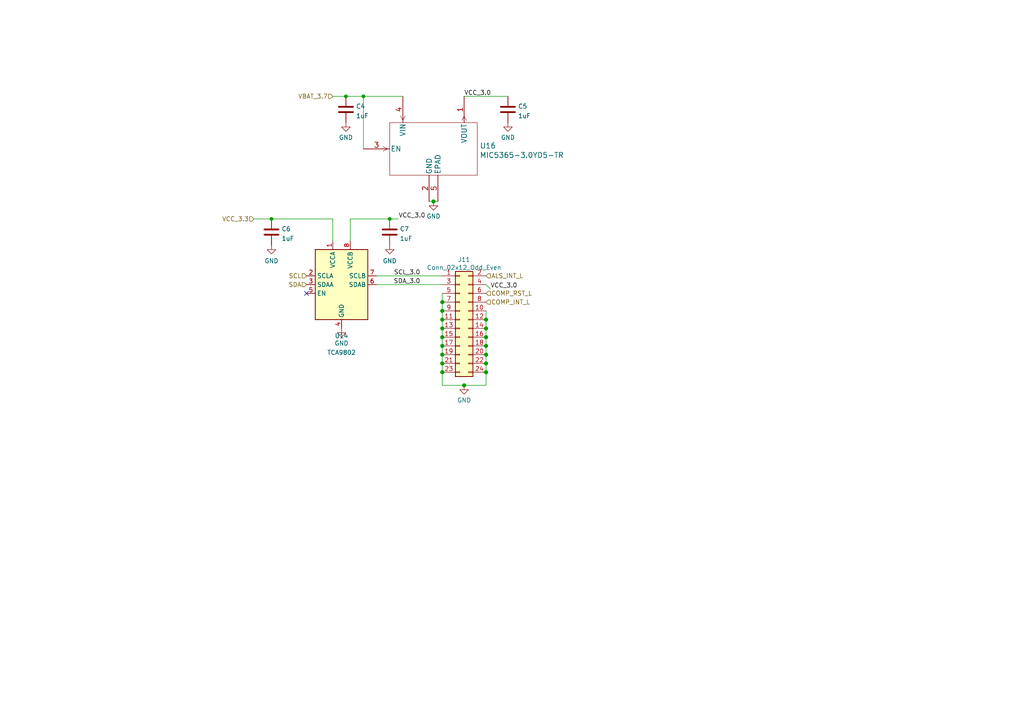
<source format=kicad_sch>
(kicad_sch (version 20211123) (generator eeschema)
  (paper "A4")
  (lib_symbols
    (symbol "Connector_Generic:Conn_02x12_Odd_Even" (pin_names (offset 1.016) hide)
      (property "Reference" "J" (at 1.27 15.24 0))
      (property "Value" "Conn_02x12_Odd_Even" (at 1.27 -17.78 0))
      (symbol "Conn_02x12_Odd_Even_1_1"
        (rectangle (start -1.27 -15.113) (end 0 -15.367) (stroke (width 0.1524)))
        (rectangle (start -1.27 -12.573) (end 0 -12.827) (stroke (width 0.1524)))
        (rectangle (start -1.27 -10.033) (end 0 -10.287) (stroke (width 0.1524)))
        (rectangle (start -1.27 -7.493) (end 0 -7.747) (stroke (width 0.1524)))
        (rectangle (start -1.27 -4.953) (end 0 -5.207) (stroke (width 0.1524)))
        (rectangle (start -1.27 -2.413) (end 0 -2.667) (stroke (width 0.1524)))
        (rectangle (start -1.27 0.127) (end 0 -0.127) (stroke (width 0.1524)))
        (rectangle (start -1.27 2.667) (end 0 2.413) (stroke (width 0.1524)))
        (rectangle (start -1.27 5.207) (end 0 4.953) (stroke (width 0.1524)))
        (rectangle (start -1.27 7.747) (end 0 7.493) (stroke (width 0.1524)))
        (rectangle (start -1.27 10.287) (end 0 10.033) (stroke (width 0.1524)))
        (rectangle (start -1.27 12.827) (end 0 12.573) (stroke (width 0.1524)))
        (rectangle (start -1.27 13.97) (end 3.81 -16.51) (stroke (width 0.254)) (fill (type background)))
        (rectangle (start 3.81 -15.113) (end 2.54 -15.367) (stroke (width 0.1524)))
        (rectangle (start 3.81 -12.573) (end 2.54 -12.827) (stroke (width 0.1524)))
        (rectangle (start 3.81 -10.033) (end 2.54 -10.287) (stroke (width 0.1524)))
        (rectangle (start 3.81 -7.493) (end 2.54 -7.747) (stroke (width 0.1524)))
        (rectangle (start 3.81 -4.953) (end 2.54 -5.207) (stroke (width 0.1524)))
        (rectangle (start 3.81 -2.413) (end 2.54 -2.667) (stroke (width 0.1524)))
        (rectangle (start 3.81 0.127) (end 2.54 -0.127) (stroke (width 0.1524)))
        (rectangle (start 3.81 2.667) (end 2.54 2.413) (stroke (width 0.1524)))
        (rectangle (start 3.81 5.207) (end 2.54 4.953) (stroke (width 0.1524)))
        (rectangle (start 3.81 7.747) (end 2.54 7.493) (stroke (width 0.1524)))
        (rectangle (start 3.81 10.287) (end 2.54 10.033) (stroke (width 0.1524)))
        (rectangle (start 3.81 12.827) (end 2.54 12.573) (stroke (width 0.1524)))
        (pin passive line (at -5.08 12.7 0) (length 3.81) (name "Pin_1") (number "1"))
        (pin passive line (at 7.62 2.54 180) (length 3.81) (name "Pin_10") (number "10"))
        (pin passive line (at -5.08 0 0) (length 3.81) (name "Pin_11") (number "11"))
        (pin passive line (at 7.62 0 180) (length 3.81) (name "Pin_12") (number "12"))
        (pin passive line (at -5.08 -2.54 0) (length 3.81) (name "Pin_13") (number "13"))
        (pin passive line (at 7.62 -2.54 180) (length 3.81) (name "Pin_14") (number "14"))
        (pin passive line (at -5.08 -5.08 0) (length 3.81) (name "Pin_15") (number "15"))
        (pin passive line (at 7.62 -5.08 180) (length 3.81) (name "Pin_16") (number "16"))
        (pin passive line (at -5.08 -7.62 0) (length 3.81) (name "Pin_17") (number "17"))
        (pin passive line (at 7.62 -7.62 180) (length 3.81) (name "Pin_18") (number "18"))
        (pin passive line (at -5.08 -10.16 0) (length 3.81) (name "Pin_19") (number "19"))
        (pin passive line (at 7.62 12.7 180) (length 3.81) (name "Pin_2") (number "2"))
        (pin passive line (at 7.62 -10.16 180) (length 3.81) (name "Pin_20") (number "20"))
        (pin passive line (at -5.08 -12.7 0) (length 3.81) (name "Pin_21") (number "21"))
        (pin passive line (at 7.62 -12.7 180) (length 3.81) (name "Pin_22") (number "22"))
        (pin passive line (at -5.08 -15.24 0) (length 3.81) (name "Pin_23") (number "23"))
        (pin passive line (at 7.62 -15.24 180) (length 3.81) (name "Pin_24") (number "24"))
        (pin passive line (at -5.08 10.16 0) (length 3.81) (name "Pin_3") (number "3"))
        (pin passive line (at 7.62 10.16 180) (length 3.81) (name "Pin_4") (number "4"))
        (pin passive line (at -5.08 7.62 0) (length 3.81) (name "Pin_5") (number "5"))
        (pin passive line (at 7.62 7.62 180) (length 3.81) (name "Pin_6") (number "6"))
        (pin passive line (at -5.08 5.08 0) (length 3.81) (name "Pin_7") (number "7"))
        (pin passive line (at 7.62 5.08 180) (length 3.81) (name "Pin_8") (number "8"))
        (pin passive line (at -5.08 2.54 0) (length 3.81) (name "Pin_9") (number "9"))
      )
    )
    (symbol "Device:C" (pin_numbers hide) (pin_names (offset 0.254))
      (property "Reference" "C" (at 0.635 2.54 0))
      (property "Value" "C" (at 0.635 -2.54 0))
      (symbol "C_0_1"
        (polyline (pts (xy -2.032 -0.762) (xy 2.032 -0.762)) (stroke (width 0.508)))
        (polyline (pts (xy -2.032 0.762) (xy 2.032 0.762)) (stroke (width 0.508)))
      )
      (symbol "C_1_1"
        (pin passive line (at 0 3.81 270) (length 2.794) (name "~") (number "1"))
        (pin passive line (at 0 -3.81 90) (length 2.794) (name "~") (number "2"))
      )
    )
    (symbol "Interface:TCA9802"
      (property "Reference" "U" (at -7.62 11.43 0))
      (property "Value" "TCA9802" (at 5.08 11.43 0))
      (symbol "TCA9802_0_1"
        (rectangle (start -7.62 10.16) (end 7.62 -10.16) (stroke (width 0.254)) (fill (type background)))
      )
      (symbol "TCA9802_1_1"
        (pin power_in line (at -2.54 12.7 270) (length 2.54) (name "VCCA") (number "1"))
        (pin bidirectional line (at -10.16 2.54 0) (length 2.54) (name "SCLA") (number "2"))
        (pin bidirectional line (at -10.16 0 0) (length 2.54) (name "SDAA") (number "3"))
        (pin power_in line (at 0 -12.7 90) (length 2.54) (name "GND") (number "4"))
        (pin input line (at -10.16 -2.54 0) (length 2.54) (name "EN") (number "5"))
        (pin bidirectional line (at 10.16 0 180) (length 2.54) (name "SDAB") (number "6"))
        (pin bidirectional line (at 10.16 2.54 180) (length 2.54) (name "SCLB") (number "7"))
        (pin power_in line (at 2.54 12.7 270) (length 2.54) (name "VCCB") (number "8"))
      )
    )
    (symbol "MIC5365-3.0YD5-TR:MIC5365-3.0YD5-TR" (pin_names (offset 0.254))
      (property "Reference" "U" (at 20.32 -1.27 0))
      (property "Value" "MIC5365-3.0YD5-TR" (at 36.83 -12.7 0))
      (symbol "MIC5365-3.0YD5-TR_1_1"
        (polyline (pts (xy 6.985 -2.54) (xy 5.715 -3.175)) (stroke (width 0.127)))
        (polyline (pts (xy 6.985 -2.54) (xy 5.715 -1.905)) (stroke (width 0.127)))
        (polyline (pts (xy 7.62 -10.16) (xy 33.02 -10.16)) (stroke (width 0.127)))
        (polyline (pts (xy 7.62 5.08) (xy 7.62 -10.16)) (stroke (width 0.127)))
        (polyline (pts (xy 11.43 5.715) (xy 10.795 6.985)) (stroke (width 0.127)))
        (polyline (pts (xy 11.43 5.715) (xy 12.065 6.985)) (stroke (width 0.127)))
        (polyline (pts (xy 28.575 5.715) (xy 29.21 6.985)) (stroke (width 0.127)))
        (polyline (pts (xy 29.845 5.715) (xy 29.21 6.985)) (stroke (width 0.127)))
        (polyline (pts (xy 33.02 -10.16) (xy 33.02 5.08)) (stroke (width 0.127)))
        (polyline (pts (xy 33.02 5.08) (xy 7.62 5.08)) (stroke (width 0.127)))
        (pin power_out line (at 29.21 12.7 270) (length 7.62) (name "VOUT") (number "1"))
        (pin power_in line (at 19.05 -17.78 90) (length 7.62) (name "GND") (number "2"))
        (pin input line (at 0 -2.54 0) (length 7.62) (name "EN") (number "3"))
        (pin power_in line (at 11.43 12.7 270) (length 7.62) (name "VIN") (number "4"))
        (pin passive line (at 21.59 -17.78 90) (length 7.62) (name "EPAD") (number "5"))
      )
    )
    (symbol "power:GND" (power) (pin_names (offset 0))
      (property "Value" "GND" (at 0 -3.81 0))
      (symbol "GND_0_1"
        (polyline (pts (xy 0 0) (xy 0 -1.27) (xy 1.27 -1.27) (xy 0 -2.54) (xy -1.27 -1.27) (xy 0 -1.27)))
      )
      (symbol "GND_1_1"
        (pin power_in line (at 0 0 270) (length 0) hide (name "GND") (number "1"))
      )
    )
  )
  (junction (at 125.73 58.42) (diameter 1.016))
  (junction (at 134.62 111.76) (diameter 1.016))
  (junction (at 128.27 105.41) (diameter 1.016))
  (junction (at 113.03 63.5))
  (junction (at 140.97 92.71) (diameter 1.016))
  (junction (at 100.33 27.94))
  (junction (at 128.27 102.87) (diameter 1.016))
  (junction (at 140.97 97.79) (diameter 1.016))
  (junction (at 140.97 105.41) (diameter 1.016))
  (junction (at 128.27 92.71) (diameter 1.016))
  (junction (at 128.27 107.95) (diameter 1.016))
  (junction (at 128.27 90.17) (diameter 1.016))
  (junction (at 140.97 95.25) (diameter 1.016))
  (junction (at 128.27 87.63) (diameter 1.016))
  (junction (at 128.27 100.33) (diameter 1.016))
  (junction (at 105.41 27.94))
  (junction (at 128.27 97.79) (diameter 1.016))
  (junction (at 140.97 102.87) (diameter 1.016))
  (junction (at 140.97 107.95) (diameter 1.016))
  (junction (at 140.97 100.33) (diameter 1.016))
  (junction (at 128.27 95.25) (diameter 1.016))
  (junction (at 78.74 63.5))
  (no_connect (at 88.9 85.09))
  (wire (pts (xy 124.46 58.42) (xy 125.73 58.42)))
  (wire (pts (xy 125.73 58.42) (xy 127 58.42)))
  (wire (pts (xy 78.74 63.5) (xy 73.66 63.5)))
  (wire (pts (xy 142.24 83.82) (xy 140.97 82.55)))
  (wire (pts (xy 105.41 27.94) (xy 105.41 43.18)))
  (wire (pts (xy 128.27 85.09) (xy 128.27 87.63)))
  (wire (pts (xy 128.27 87.63) (xy 128.27 90.17)))
  (wire (pts (xy 128.27 90.17) (xy 128.27 92.71)))
  (wire (pts (xy 128.27 92.71) (xy 128.27 95.25)))
  (wire (pts (xy 128.27 95.25) (xy 128.27 97.79)))
  (wire (pts (xy 128.27 97.79) (xy 128.27 100.33)))
  (wire (pts (xy 128.27 100.33) (xy 128.27 102.87)))
  (wire (pts (xy 128.27 102.87) (xy 128.27 105.41)))
  (wire (pts (xy 128.27 105.41) (xy 128.27 107.95)))
  (wire (pts (xy 128.27 107.95) (xy 128.27 111.76)))
  (wire (pts (xy 128.27 111.76) (xy 134.62 111.76)))
  (wire (pts (xy 96.52 63.5) (xy 78.74 63.5)))
  (wire (pts (xy 101.6 63.5) (xy 101.6 69.85)))
  (wire (pts (xy 140.97 90.17) (xy 140.97 92.71)))
  (wire (pts (xy 140.97 92.71) (xy 140.97 95.25)))
  (wire (pts (xy 140.97 95.25) (xy 140.97 97.79)))
  (wire (pts (xy 140.97 97.79) (xy 140.97 100.33)))
  (wire (pts (xy 140.97 100.33) (xy 140.97 102.87)))
  (wire (pts (xy 140.97 102.87) (xy 140.97 105.41)))
  (wire (pts (xy 140.97 105.41) (xy 140.97 107.95)))
  (wire (pts (xy 140.97 107.95) (xy 140.97 111.76)))
  (wire (pts (xy 140.97 111.76) (xy 134.62 111.76)))
  (wire (pts (xy 113.03 63.5) (xy 101.6 63.5)))
  (wire (pts (xy 134.62 27.94) (xy 147.32 27.94)))
  (wire (pts (xy 109.22 82.55) (xy 128.27 82.55)))
  (wire (pts (xy 109.22 80.01) (xy 128.27 80.01)))
  (wire (pts (xy 115.57 63.5) (xy 113.03 63.5)))
  (wire (pts (xy 100.33 27.94) (xy 105.41 27.94)))
  (wire (pts (xy 116.84 27.94) (xy 105.41 27.94)))
  (wire (pts (xy 96.52 69.85) (xy 96.52 63.5)))
  (wire (pts (xy 96.52 27.94) (xy 100.33 27.94)))
  (label "SCL_3.0" (at 121.92 80.01 180))
  (label "SDA_3.0" (at 121.92 82.55 180))
  (label "VCC_3.0" (at 134.62 27.94 0))
  (label "VCC_3.0" (at 142.24 83.82 0))
  (label "VCC_3.0" (at 115.57 63.5 0))
  (hierarchical_label "ALS_INT_L" (shape input) (at 140.97 80.01 0))
  (hierarchical_label "SCL" (shape input) (at 88.9 80.01 180))
  (hierarchical_label "VBAT_3.7" (shape input) (at 96.52 27.94 180))
  (hierarchical_label "COMP_INT_L" (shape input) (at 140.97 87.63 0))
  (hierarchical_label "COMP_RST_L" (shape input) (at 140.97 85.09 0))
  (hierarchical_label "SDA" (shape input) (at 88.9 82.55 180))
  (hierarchical_label "VCC_3.3" (shape input) (at 73.66 63.5 180))
  (symbol (lib_id "Device:C") (at 100.33 31.75 0) (unit 1)
    (property "Reference" "C4" (at 103.251 30.8415 0) (effects (justify left)))
    (property "Value" "1uF" (at 103.251 33.6166 0) (effects (justify left)))
    (property "Footprint" "Capacitor_SMD:C_0402_1005Metric" (effects hide))
  )
  (symbol (lib_id "power:GND") (at 125.73 58.42 0) (unit 1)
    (property "Reference" "#PWR0139" (effects hide))
    (property "Value" "GND" (at 125.73 62.7444 0))
  )
  (symbol (lib_id "Device:C") (at 113.03 67.31 0) (unit 1)
    (property "Reference" "C7" (at 115.951 66.4015 0) (effects (justify left)))
    (property "Value" "1uF" (at 115.951 69.1766 0) (effects (justify left)))
    (property "Footprint" "Capacitor_SMD:C_0402_1005Metric" (effects hide))
  )
  (symbol (lib_id "power:GND") (at 134.62 111.76 0) (unit 1)
    (property "Reference" "#PWR0125" (effects hide))
    (property "Value" "GND" (at 134.62 116.0844 0))
  )
  (symbol (lib_id "Device:C") (at 78.74 67.31 0) (unit 1)
    (property "Reference" "C6" (at 81.661 66.4015 0) (effects (justify left)))
    (property "Value" "1uF" (at 81.661 69.1766 0) (effects (justify left)))
    (property "Footprint" "Capacitor_SMD:C_0402_1005Metric" (effects hide))
  )
  (symbol (lib_id "power:GND") (at 99.06 95.25 0) (unit 1)
    (property "Reference" "#PWR0126" (effects hide))
    (property "Value" "GND" (at 99.06 99.5744 0))
  )
  (symbol (lib_id "Connector_Generic:Conn_02x12_Odd_Even") (at 133.35 92.71 0) (unit 1)
    (property "Reference" "J11" (at 134.62 75.3068 0))
    (property "Value" "Conn_02x12_Odd_Even" (at 134.62 77.6055 0))
    (property "Footprint" "footprints:AA03-S024VA1" (effects hide))
  )
  (symbol (lib_id "power:GND") (at 78.74 71.12 0) (unit 1)
    (property "Reference" "#PWR0121" (effects hide))
    (property "Value" "GND" (at 78.74 75.6825 0))
  )
  (symbol (lib_id "power:GND") (at 147.32 35.56 0) (unit 1)
    (property "Reference" "#PWR0117" (effects hide))
    (property "Value" "GND" (at 147.32 39.8844 0))
  )
  (symbol (lib_id "Interface:TCA9802") (at 99.06 82.55 0) (unit 1)
    (property "Reference" "U14" (at 99.06 97.4154 0))
    (property "Value" "TCA9802" (at 99.06 102.2541 0))
    (property "Footprint" "Package_SO:VSSOP-8_3.0x3.0mm_P0.65mm" (effects hide))
    (property "Datasheet" "http://www.ti.com/lit/ds/symlink/tca9802.pdf" (effects hide))
  )
  (symbol (lib_id "Device:C") (at 147.32 31.75 0) (unit 1)
    (property "Reference" "C5" (at 150.241 30.8415 0) (effects (justify left)))
    (property "Value" "1uF" (at 150.241 33.6166 0) (effects (justify left)))
    (property "Footprint" "Capacitor_SMD:C_0402_1005Metric" (effects hide))
  )
  (symbol (lib_id "power:GND") (at 113.03 71.12 0) (unit 1)
    (property "Reference" "#PWR0118" (effects hide))
    (property "Value" "GND" (at 113.03 75.6825 0))
  )
  (symbol (lib_id "MIC5365-3.0YD5-TR:MIC5365-3.0YD5-TR") (at 105.41 40.64 0) (unit 1)
    (property "Reference" "U16" (at 139.1285 42.2924 0) (effects (font (size 1.524 1.524)) (justify left)))
    (property "Value" "MIC5365-3.0YD5-TR" (at 139.1285 45 0) (effects (font (size 1.524 1.524)) (justify left)))
    (property "Footprint" "Package_TO_SOT_SMD:SOT-23-5_HandSoldering" (effects hide))
    (property "Datasheet" "${KIPRJMOD}/datasheets/mic5365.pdf" (effects hide))
  )
  (symbol (lib_id "power:GND") (at 100.33 35.56 0) (unit 1)
    (property "Reference" "#PWR0116" (effects hide))
    (property "Value" "GND" (at 100.33 39.8844 0))
  )
)
</source>
